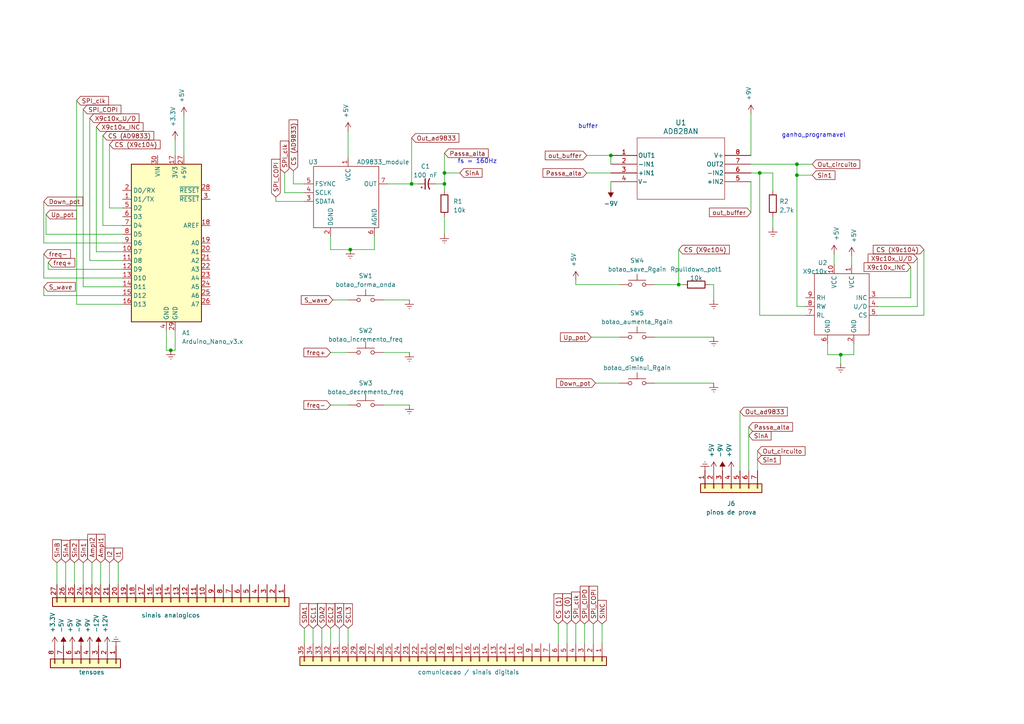
<source format=kicad_sch>
(kicad_sch (version 20230121) (generator eeschema)
  (paper "A4")
  (title_block (title "Gerador de sinais AD9833 ganho BIA") (date "2023-04-19") (rev "v01") (company "EITduino") (comment 1 "Autor: Gustavo Pinheiro") (comment 2 "placa de face simples 90x100 mm") (comment 3 "Gerador de sinais implementado para a balanca de bioimpedancia") (comment 4 "potenciometro digital: x9c104 (100k)") (comment 5 "controle do pot dig: https://drive.google.com/drive/folders/1YxCH3byESSoGbQtQ7U2HApApApZmV-oW"))
  (lib_symbols
    (symbol "AD828AN:AD828AN" (pin_names (offset 0.254))
      (property "Reference" "U" (at 20.32 10.16 0))
      (property "Value" "AD828AN" (at 20.32 7.62 0))
      (symbol "AD828AN_0_1"
        (polyline (pts (xy 7.62 -12.7) (xy 33.02 -12.7)) (stroke (width 0.127)))
        (polyline (pts (xy 7.62 5.08) (xy 7.62 -12.7)) (stroke (width 0.127)))
        (polyline (pts (xy 33.02 -12.7) (xy 33.02 5.08)) (stroke (width 0.127)))
        (polyline (pts (xy 33.02 5.08) (xy 7.62 5.08)) (stroke (width 0.127)))
        (pin unspecified line (at 0 0 0) (length 7.62) (name "OUT1") (number "1"))
        (pin unspecified line (at 0 -2.54 0) (length 7.62) (name "-IN1") (number "2"))
        (pin unspecified line (at 0 -5.08 0) (length 7.62) (name "+IN1") (number "3"))
        (pin power_in line (at 0 -7.62 0) (length 7.62) (name "V-") (number "4"))
        (pin unspecified line (at 40.64 -7.62 180) (length 7.62) (name "+IN2") (number "5"))
        (pin unspecified line (at 40.64 -5.08 180) (length 7.62) (name "-IN2") (number "6"))
        (pin unspecified line (at 40.64 -2.54 180) (length 7.62) (name "OUT2") (number "7"))
        (pin power_in line (at 40.64 0 180) (length 7.62) (name "V+") (number "8"))
      )
    )
    (symbol "AD9833_module:ad9833_module"
      (property "Reference" "U" (at -8.382 9.144 0))
      (property "Value" "AD9833 module" (at 18.034 -8.382 0))
      (symbol "ad9833_module_0_1"
        (polyline (pts (xy -10.033 2.54) (xy -10.033 7.62) (xy 0.127 7.62) (xy 8.89 7.62) (xy 8.89 2.54) (xy 8.89 -10.16) (xy 7.62 -10.16) (xy -5.08 -10.16) (xy -10.033 -10.16) (xy -10.033 -2.54) (xy -10.033 2.54)))
      )
      (symbol "ad9833_module_1_1"
        (pin passive line (at 0 10.16 270) (length 2.54) (name "VCC") (number "1"))
        (pin passive line (at -5.08 -12.7 90) (length 2.54) (name "DGND") (number "2"))
        (pin passive line (at -12.7 -2.54 0) (length 2.54) (name "SDATA") (number "3"))
        (pin passive line (at -12.7 0 0) (length 2.54) (name "SCLK") (number "4"))
        (pin passive line (at -12.7 2.54 0) (length 2.54) (name "FSYNC") (number "5"))
        (pin passive line (at 7.62 -12.7 90) (length 2.54) (name "AGND") (number "6"))
        (pin passive line (at 11.43 2.54 180) (length 2.54) (name "OUT") (number "7"))
      )
    )
    (symbol "Connector_Generic:Conn_01x07" (pin_names (offset 1.016) hide)
      (property "Reference" "J" (at 0 10.16 0))
      (property "Value" "Conn_01x07" (at 0 -10.16 0))
      (symbol "Conn_01x07_1_1"
        (rectangle (start -1.27 -7.493) (end 0 -7.747) (stroke (width 0.1524)))
        (rectangle (start -1.27 -4.953) (end 0 -5.207) (stroke (width 0.1524)))
        (rectangle (start -1.27 -2.413) (end 0 -2.667) (stroke (width 0.1524)))
        (rectangle (start -1.27 0.127) (end 0 -0.127) (stroke (width 0.1524)))
        (rectangle (start -1.27 2.667) (end 0 2.413) (stroke (width 0.1524)))
        (rectangle (start -1.27 5.207) (end 0 4.953) (stroke (width 0.1524)))
        (rectangle (start -1.27 7.747) (end 0 7.493) (stroke (width 0.1524)))
        (rectangle (start -1.27 8.89) (end 1.27 -8.89) (stroke (width 0.254)) (fill (type background)))
        (pin passive line (at -5.08 7.62 0) (length 3.81) (name "Pin_1") (number "1"))
        (pin passive line (at -5.08 5.08 0) (length 3.81) (name "Pin_2") (number "2"))
        (pin passive line (at -5.08 2.54 0) (length 3.81) (name "Pin_3") (number "3"))
        (pin passive line (at -5.08 0 0) (length 3.81) (name "Pin_4") (number "4"))
        (pin passive line (at -5.08 -2.54 0) (length 3.81) (name "Pin_5") (number "5"))
        (pin passive line (at -5.08 -5.08 0) (length 3.81) (name "Pin_6") (number "6"))
        (pin passive line (at -5.08 -7.62 0) (length 3.81) (name "Pin_7") (number "7"))
      )
    )
    (symbol "Connector_Generic:Conn_01x08" (pin_names (offset 1.016) hide)
      (property "Reference" "J" (at 0 10.16 0))
      (property "Value" "Conn_01x08" (at 0 -12.7 0))
      (symbol "Conn_01x08_1_1"
        (rectangle (start -1.27 -10.033) (end 0 -10.287) (stroke (width 0.1524)))
        (rectangle (start -1.27 -7.493) (end 0 -7.747) (stroke (width 0.1524)))
        (rectangle (start -1.27 -4.953) (end 0 -5.207) (stroke (width 0.1524)))
        (rectangle (start -1.27 -2.413) (end 0 -2.667) (stroke (width 0.1524)))
        (rectangle (start -1.27 0.127) (end 0 -0.127) (stroke (width 0.1524)))
        (rectangle (start -1.27 2.667) (end 0 2.413) (stroke (width 0.1524)))
        (rectangle (start -1.27 5.207) (end 0 4.953) (stroke (width 0.1524)))
        (rectangle (start -1.27 7.747) (end 0 7.493) (stroke (width 0.1524)))
        (rectangle (start -1.27 8.89) (end 1.27 -11.43) (stroke (width 0.254)) (fill (type background)))
        (pin passive line (at -5.08 7.62 0) (length 3.81) (name "Pin_1") (number "1"))
        (pin passive line (at -5.08 5.08 0) (length 3.81) (name "Pin_2") (number "2"))
        (pin passive line (at -5.08 2.54 0) (length 3.81) (name "Pin_3") (number "3"))
        (pin passive line (at -5.08 0 0) (length 3.81) (name "Pin_4") (number "4"))
        (pin passive line (at -5.08 -2.54 0) (length 3.81) (name "Pin_5") (number "5"))
        (pin passive line (at -5.08 -5.08 0) (length 3.81) (name "Pin_6") (number "6"))
        (pin passive line (at -5.08 -7.62 0) (length 3.81) (name "Pin_7") (number "7"))
        (pin passive line (at -5.08 -10.16 0) (length 3.81) (name "Pin_8") (number "8"))
      )
    )
    (symbol "Connector_Generic:Conn_01x27" (pin_names (offset 1.016) hide)
      (property "Reference" "J" (at 0 35.56 0))
      (property "Value" "Conn_01x27" (at 0 -35.56 0))
      (symbol "Conn_01x27_1_1"
        (rectangle (start -1.27 -32.893) (end 0 -33.147) (stroke (width 0.1524)))
        (rectangle (start -1.27 -30.353) (end 0 -30.607) (stroke (width 0.1524)))
        (rectangle (start -1.27 -27.813) (end 0 -28.067) (stroke (width 0.1524)))
        (rectangle (start -1.27 -25.273) (end 0 -25.527) (stroke (width 0.1524)))
        (rectangle (start -1.27 -22.733) (end 0 -22.987) (stroke (width 0.1524)))
        (rectangle (start -1.27 -20.193) (end 0 -20.447) (stroke (width 0.1524)))
        (rectangle (start -1.27 -17.653) (end 0 -17.907) (stroke (width 0.1524)))
        (rectangle (start -1.27 -15.113) (end 0 -15.367) (stroke (width 0.1524)))
        (rectangle (start -1.27 -12.573) (end 0 -12.827) (stroke (width 0.1524)))
        (rectangle (start -1.27 -10.033) (end 0 -10.287) (stroke (width 0.1524)))
        (rectangle (start -1.27 -7.493) (end 0 -7.747) (stroke (width 0.1524)))
        (rectangle (start -1.27 -4.953) (end 0 -5.207) (stroke (width 0.1524)))
        (rectangle (start -1.27 -2.413) (end 0 -2.667) (stroke (width 0.1524)))
        (rectangle (start -1.27 0.127) (end 0 -0.127) (stroke (width 0.1524)))
        (rectangle (start -1.27 2.667) (end 0 2.413) (stroke (width 0.1524)))
        (rectangle (start -1.27 5.207) (end 0 4.953) (stroke (width 0.1524)))
        (rectangle (start -1.27 7.747) (end 0 7.493) (stroke (width 0.1524)))
        (rectangle (start -1.27 10.287) (end 0 10.033) (stroke (width 0.1524)))
        (rectangle (start -1.27 12.827) (end 0 12.573) (stroke (width 0.1524)))
        (rectangle (start -1.27 15.367) (end 0 15.113) (stroke (width 0.1524)))
        (rectangle (start -1.27 17.907) (end 0 17.653) (stroke (width 0.1524)))
        (rectangle (start -1.27 20.447) (end 0 20.193) (stroke (width 0.1524)))
        (rectangle (start -1.27 22.987) (end 0 22.733) (stroke (width 0.1524)))
        (rectangle (start -1.27 25.527) (end 0 25.273) (stroke (width 0.1524)))
        (rectangle (start -1.27 28.067) (end 0 27.813) (stroke (width 0.1524)))
        (rectangle (start -1.27 30.607) (end 0 30.353) (stroke (width 0.1524)))
        (rectangle (start -1.27 33.147) (end 0 32.893) (stroke (width 0.1524)))
        (rectangle (start -1.27 34.29) (end 1.27 -34.29) (stroke (width 0.254)) (fill (type background)))
        (pin passive line (at -5.08 33.02 0) (length 3.81) (name "Pin_1") (number "1"))
        (pin passive line (at -5.08 10.16 0) (length 3.81) (name "Pin_10") (number "10"))
        (pin passive line (at -5.08 7.62 0) (length 3.81) (name "Pin_11") (number "11"))
        (pin passive line (at -5.08 5.08 0) (length 3.81) (name "Pin_12") (number "12"))
        (pin passive line (at -5.08 2.54 0) (length 3.81) (name "Pin_13") (number "13"))
        (pin passive line (at -5.08 0 0) (length 3.81) (name "Pin_14") (number "14"))
        (pin passive line (at -5.08 -2.54 0) (length 3.81) (name "Pin_15") (number "15"))
        (pin passive line (at -5.08 -5.08 0) (length 3.81) (name "Pin_16") (number "16"))
        (pin passive line (at -5.08 -7.62 0) (length 3.81) (name "Pin_17") (number "17"))
        (pin passive line (at -5.08 -10.16 0) (length 3.81) (name "Pin_18") (number "18"))
        (pin passive line (at -5.08 -12.7 0) (length 3.81) (name "Pin_19") (number "19"))
        (pin passive line (at -5.08 30.48 0) (length 3.81) (name "Pin_2") (number "2"))
        (pin passive line (at -5.08 -15.24 0) (length 3.81) (name "Pin_20") (number "20"))
        (pin passive line (at -5.08 -17.78 0) (length 3.81) (name "Pin_21") (number "21"))
        (pin passive line (at -5.08 -20.32 0) (length 3.81) (name "Pin_22") (number "22"))
        (pin passive line (at -5.08 -22.86 0) (length 3.81) (name "Pin_23") (number "23"))
        (pin passive line (at -5.08 -25.4 0) (length 3.81) (name "Pin_24") (number "24"))
        (pin passive line (at -5.08 -27.94 0) (length 3.81) (name "Pin_25") (number "25"))
        (pin passive line (at -5.08 -30.48 0) (length 3.81) (name "Pin_26") (number "26"))
        (pin passive line (at -5.08 -33.02 0) (length 3.81) (name "Pin_27") (number "27"))
        (pin passive line (at -5.08 27.94 0) (length 3.81) (name "Pin_3") (number "3"))
        (pin passive line (at -5.08 25.4 0) (length 3.81) (name "Pin_4") (number "4"))
        (pin passive line (at -5.08 22.86 0) (length 3.81) (name "Pin_5") (number "5"))
        (pin passive line (at -5.08 20.32 0) (length 3.81) (name "Pin_6") (number "6"))
        (pin passive line (at -5.08 17.78 0) (length 3.81) (name "Pin_7") (number "7"))
        (pin passive line (at -5.08 15.24 0) (length 3.81) (name "Pin_8") (number "8"))
        (pin passive line (at -5.08 12.7 0) (length 3.81) (name "Pin_9") (number "9"))
      )
    )
    (symbol "Connector_Generic:Conn_01x35" (pin_names (offset 1.016) hide)
      (property "Reference" "J" (at 0 45.72 0))
      (property "Value" "Conn_01x35" (at 0 -45.72 0))
      (symbol "Conn_01x35_1_1"
        (rectangle (start -1.27 -43.053) (end 0 -43.307) (stroke (width 0.1524)))
        (rectangle (start -1.27 -40.513) (end 0 -40.767) (stroke (width 0.1524)))
        (rectangle (start -1.27 -37.973) (end 0 -38.227) (stroke (width 0.1524)))
        (rectangle (start -1.27 -35.433) (end 0 -35.687) (stroke (width 0.1524)))
        (rectangle (start -1.27 -32.893) (end 0 -33.147) (stroke (width 0.1524)))
        (rectangle (start -1.27 -30.353) (end 0 -30.607) (stroke (width 0.1524)))
        (rectangle (start -1.27 -27.813) (end 0 -28.067) (stroke (width 0.1524)))
        (rectangle (start -1.27 -25.273) (end 0 -25.527) (stroke (width 0.1524)))
        (rectangle (start -1.27 -22.733) (end 0 -22.987) (stroke (width 0.1524)))
        (rectangle (start -1.27 -20.193) (end 0 -20.447) (stroke (width 0.1524)))
        (rectangle (start -1.27 -17.653) (end 0 -17.907) (stroke (width 0.1524)))
        (rectangle (start -1.27 -15.113) (end 0 -15.367) (stroke (width 0.1524)))
        (rectangle (start -1.27 -12.573) (end 0 -12.827) (stroke (width 0.1524)))
        (rectangle (start -1.27 -10.033) (end 0 -10.287) (stroke (width 0.1524)))
        (rectangle (start -1.27 -7.493) (end 0 -7.747) (stroke (width 0.1524)))
        (rectangle (start -1.27 -4.953) (end 0 -5.207) (stroke (width 0.1524)))
        (rectangle (start -1.27 -2.413) (end 0 -2.667) (stroke (width 0.1524)))
        (rectangle (start -1.27 0.127) (end 0 -0.127) (stroke (width 0.1524)))
        (rectangle (start -1.27 2.667) (end 0 2.413) (stroke (width 0.1524)))
        (rectangle (start -1.27 5.207) (end 0 4.953) (stroke (width 0.1524)))
        (rectangle (start -1.27 7.747) (end 0 7.493) (stroke (width 0.1524)))
        (rectangle (start -1.27 10.287) (end 0 10.033) (stroke (width 0.1524)))
        (rectangle (start -1.27 12.827) (end 0 12.573) (stroke (width 0.1524)))
        (rectangle (start -1.27 15.367) (end 0 15.113) (stroke (width 0.1524)))
        (rectangle (start -1.27 17.907) (end 0 17.653) (stroke (width 0.1524)))
        (rectangle (start -1.27 20.447) (end 0 20.193) (stroke (width 0.1524)))
        (rectangle (start -1.27 22.987) (end 0 22.733) (stroke (width 0.1524)))
        (rectangle (start -1.27 25.527) (end 0 25.273) (stroke (width 0.1524)))
        (rectangle (start -1.27 28.067) (end 0 27.813) (stroke (width 0.1524)))
        (rectangle (start -1.27 30.607) (end 0 30.353) (stroke (width 0.1524)))
        (rectangle (start -1.27 33.147) (end 0 32.893) (stroke (width 0.1524)))
        (rectangle (start -1.27 35.687) (end 0 35.433) (stroke (width 0.1524)))
        (rectangle (start -1.27 38.227) (end 0 37.973) (stroke (width 0.1524)))
        (rectangle (start -1.27 40.767) (end 0 40.513) (stroke (width 0.1524)))
        (rectangle (start -1.27 43.307) (end 0 43.053) (stroke (width 0.1524)))
        (rectangle (start -1.27 44.45) (end 1.27 -44.45) (stroke (width 0.254)) (fill (type background)))
        (pin passive line (at -5.08 43.18 0) (length 3.81) (name "Pin_1") (number "1"))
        (pin passive line (at -5.08 20.32 0) (length 3.81) (name "Pin_10") (number "10"))
        (pin passive line (at -5.08 17.78 0) (length 3.81) (name "Pin_11") (number "11"))
        (pin passive line (at -5.08 15.24 0) (length 3.81) (name "Pin_12") (number "12"))
        (pin passive line (at -5.08 12.7 0) (length 3.81) (name "Pin_13") (number "13"))
        (pin passive line (at -5.08 10.16 0) (length 3.81) (name "Pin_14") (number "14"))
        (pin passive line (at -5.08 7.62 0) (length 3.81) (name "Pin_15") (number "15"))
        (pin passive line (at -5.08 5.08 0) (length 3.81) (name "Pin_16") (number "16"))
        (pin passive line (at -5.08 2.54 0) (length 3.81) (name "Pin_17") (number "17"))
        (pin passive line (at -5.08 0 0) (length 3.81) (name "Pin_18") (number "18"))
        (pin passive line (at -5.08 -2.54 0) (length 3.81) (name "Pin_19") (number "19"))
        (pin passive line (at -5.08 40.64 0) (length 3.81) (name "Pin_2") (number "2"))
        (pin passive line (at -5.08 -5.08 0) (length 3.81) (name "Pin_20") (number "20"))
        (pin passive line (at -5.08 -7.62 0) (length 3.81) (name "Pin_21") (number "21"))
        (pin passive line (at -5.08 -10.16 0) (length 3.81) (name "Pin_22") (number "22"))
        (pin passive line (at -5.08 -12.7 0) (length 3.81) (name "Pin_23") (number "23"))
        (pin passive line (at -5.08 -15.24 0) (length 3.81) (name "Pin_24") (number "24"))
        (pin passive line (at -5.08 -17.78 0) (length 3.81) (name "Pin_25") (number "25"))
        (pin passive line (at -5.08 -20.32 0) (length 3.81) (name "Pin_26") (number "26"))
        (pin passive line (at -5.08 -22.86 0) (length 3.81) (name "Pin_27") (number "27"))
        (pin passive line (at -5.08 -25.4 0) (length 3.81) (name "Pin_28") (number "28"))
        (pin passive line (at -5.08 -27.94 0) (length 3.81) (name "Pin_29") (number "29"))
        (pin passive line (at -5.08 38.1 0) (length 3.81) (name "Pin_3") (number "3"))
        (pin passive line (at -5.08 -30.48 0) (length 3.81) (name "Pin_30") (number "30"))
        (pin passive line (at -5.08 -33.02 0) (length 3.81) (name "Pin_31") (number "31"))
        (pin passive line (at -5.08 -35.56 0) (length 3.81) (name "Pin_32") (number "32"))
        (pin passive line (at -5.08 -38.1 0) (length 3.81) (name "Pin_33") (number "33"))
        (pin passive line (at -5.08 -40.64 0) (length 3.81) (name "Pin_34") (number "34"))
        (pin passive line (at -5.08 -43.18 0) (length 3.81) (name "Pin_35") (number "35"))
        (pin passive line (at -5.08 35.56 0) (length 3.81) (name "Pin_4") (number "4"))
        (pin passive line (at -5.08 33.02 0) (length 3.81) (name "Pin_5") (number "5"))
        (pin passive line (at -5.08 30.48 0) (length 3.81) (name "Pin_6") (number "6"))
        (pin passive line (at -5.08 27.94 0) (length 3.81) (name "Pin_7") (number "7"))
        (pin passive line (at -5.08 25.4 0) (length 3.81) (name "Pin_8") (number "8"))
        (pin passive line (at -5.08 22.86 0) (length 3.81) (name "Pin_9") (number "9"))
      )
    )
    (symbol "Device:C_Polarized_Small_US" (pin_numbers hide) (pin_names (offset 0.254) hide)
      (property "Reference" "C" (at 0.254 1.778 0))
      (property "Value" "C_Polarized_Small_US" (at 0.254 -2.032 0))
      (symbol "C_Polarized_Small_US_0_1"
        (polyline (pts (xy -1.524 0.508) (xy 1.524 0.508)) (stroke (width 0.3048)))
        (polyline (pts (xy -1.27 1.524) (xy -0.762 1.524)))
        (polyline (pts (xy -1.016 1.27) (xy -1.016 1.778)))
        (arc (start 1.524 -0.762) (mid 0 -0.3734) (end -1.524 -0.762) (stroke (width 0.3048)))
      )
      (symbol "C_Polarized_Small_US_1_1"
        (pin passive line (at 0 2.54 270) (length 2.032) (name "~") (number "1"))
        (pin passive line (at 0 -2.54 90) (length 2.032) (name "~") (number "2"))
      )
    )
    (symbol "Device:R" (pin_numbers hide) (pin_names (offset 0))
      (property "Reference" "R" (at 2.032 0 90))
      (property "Value" "R" (at 0 0 90))
      (symbol "R_0_1"
        (rectangle (start -1.016 -2.54) (end 1.016 2.54) (stroke (width 0.254)))
      )
      (symbol "R_1_1"
        (pin passive line (at 0 3.81 270) (length 1.27) (name "~") (number "1"))
        (pin passive line (at 0 -3.81 90) (length 1.27) (name "~") (number "2"))
      )
    )
    (symbol "MCU_Module:Arduino_Nano_v3.x"
      (property "Reference" "A" (at -10.16 23.495 0))
      (property "Value" "Arduino_Nano_v3.x" (at 5.08 -24.13 0))
      (symbol "Arduino_Nano_v3.x_0_1"
        (rectangle (start -10.16 22.86) (end 10.16 -22.86) (stroke (width 0.254)) (fill (type background)))
      )
      (symbol "Arduino_Nano_v3.x_1_1"
        (pin bidirectional line (at -12.7 12.7 0) (length 2.54) (name "D1/TX") (number "1"))
        (pin bidirectional line (at -12.7 -2.54 0) (length 2.54) (name "D7") (number "10"))
        (pin bidirectional line (at -12.7 -5.08 0) (length 2.54) (name "D8") (number "11"))
        (pin bidirectional line (at -12.7 -7.62 0) (length 2.54) (name "D9") (number "12"))
        (pin bidirectional line (at -12.7 -10.16 0) (length 2.54) (name "D10") (number "13"))
        (pin bidirectional line (at -12.7 -12.7 0) (length 2.54) (name "D11") (number "14"))
        (pin bidirectional line (at -12.7 -15.24 0) (length 2.54) (name "D12") (number "15"))
        (pin bidirectional line (at -12.7 -17.78 0) (length 2.54) (name "D13") (number "16"))
        (pin power_out line (at 2.54 25.4 270) (length 2.54) (name "3V3") (number "17"))
        (pin input line (at 12.7 5.08 180) (length 2.54) (name "AREF") (number "18"))
        (pin bidirectional line (at 12.7 0 180) (length 2.54) (name "A0") (number "19"))
        (pin bidirectional line (at -12.7 15.24 0) (length 2.54) (name "D0/RX") (number "2"))
        (pin bidirectional line (at 12.7 -2.54 180) (length 2.54) (name "A1") (number "20"))
        (pin bidirectional line (at 12.7 -5.08 180) (length 2.54) (name "A2") (number "21"))
        (pin bidirectional line (at 12.7 -7.62 180) (length 2.54) (name "A3") (number "22"))
        (pin bidirectional line (at 12.7 -10.16 180) (length 2.54) (name "A4") (number "23"))
        (pin bidirectional line (at 12.7 -12.7 180) (length 2.54) (name "A5") (number "24"))
        (pin bidirectional line (at 12.7 -15.24 180) (length 2.54) (name "A6") (number "25"))
        (pin bidirectional line (at 12.7 -17.78 180) (length 2.54) (name "A7") (number "26"))
        (pin power_out line (at 5.08 25.4 270) (length 2.54) (name "+5V") (number "27"))
        (pin input line (at 12.7 15.24 180) (length 2.54) (name "~{RESET}") (number "28"))
        (pin power_in line (at 2.54 -25.4 90) (length 2.54) (name "GND") (number "29"))
        (pin input line (at 12.7 12.7 180) (length 2.54) (name "~{RESET}") (number "3"))
        (pin power_in line (at -2.54 25.4 270) (length 2.54) (name "VIN") (number "30"))
        (pin power_in line (at 0 -25.4 90) (length 2.54) (name "GND") (number "4"))
        (pin bidirectional line (at -12.7 10.16 0) (length 2.54) (name "D2") (number "5"))
        (pin bidirectional line (at -12.7 7.62 0) (length 2.54) (name "D3") (number "6"))
        (pin bidirectional line (at -12.7 5.08 0) (length 2.54) (name "D4") (number "7"))
        (pin bidirectional line (at -12.7 2.54 0) (length 2.54) (name "D5") (number "8"))
        (pin bidirectional line (at -12.7 0 0) (length 2.54) (name "D6") (number "9"))
      )
    )
    (symbol "Switch:SW_Push" (pin_numbers hide) (pin_names (offset 1.016) hide)
      (property "Reference" "SW" (at 1.27 2.54 0))
      (property "Value" "SW_Push" (at 0 -1.524 0))
      (symbol "SW_Push_0_1"
        (circle (center -2.032 0) (radius 0.508))
        (polyline (pts (xy 0 1.27) (xy 0 3.048)))
        (polyline (pts (xy 2.54 1.27) (xy -2.54 1.27)))
        (circle (center 2.032 0) (radius 0.508))
        (pin passive line (at -5.08 0 0) (length 2.54) (name "1") (number "1"))
        (pin passive line (at 5.08 0 180) (length 2.54) (name "2") (number "2"))
      )
    )
    (symbol "X9c10X_module:X9c10X_module"
      (property "Reference" "U" (at -8.89 10.795 0))
      (property "Value" "X9c10x" (at 12.7 -8.89 0))
      (symbol "X9c10X_module_0_1"
        (polyline (pts (xy -7.62 2.54) (xy -7.62 9.525) (xy 8.255 9.525) (xy 8.255 -8.255) (xy -7.62 -8.255) (xy -7.62 2.54)))
      )
      (symbol "X9c10X_module_1_1"
        (pin passive line (at -2.54 12.065 270) (length 2.54) (name "VCC") (number "1"))
        (pin passive line (at 2.54 12.065 270) (length 2.54) (name "VCC") (number "10"))
        (pin passive line (at -3.175 -10.795 90) (length 2.54) (name "GND") (number "2"))
        (pin passive line (at -10.16 2.54 0) (length 2.54) (name "INC") (number "3"))
        (pin passive line (at -10.16 0 0) (length 2.54) (name "U/D") (number "4"))
        (pin passive line (at -10.16 -2.54 0) (length 2.54) (name "CS") (number "5"))
        (pin passive line (at 4.445 -10.795 90) (length 2.54) (name "GND") (number "6"))
        (pin passive line (at 10.795 -2.54 180) (length 2.54) (name "RL") (number "7"))
        (pin passive line (at 10.795 0 180) (length 2.54) (name "RW") (number "8"))
        (pin passive line (at 10.795 2.54 180) (length 2.54) (name "RH") (number "9"))
      )
    )
    (symbol "power:+12V" (power) (pin_names (offset 0))
      (property "Value" "+12V" (at 0 3.556 0))
      (symbol "+12V_0_1"
        (polyline (pts (xy -0.762 1.27) (xy 0 2.54)))
        (polyline (pts (xy 0 0) (xy 0 2.54)))
        (polyline (pts (xy 0 2.54) (xy 0.762 1.27)))
      )
      (symbol "+12V_1_1"
        (pin power_in line (at 0 0 90) (length 0) hide (name "+12V") (number "1"))
      )
    )
    (symbol "power:+3.3V" (power) (pin_names (offset 0))
      (property "Value" "+3.3V" (at 0 3.556 0))
      (symbol "+3.3V_0_1"
        (polyline (pts (xy -0.762 1.27) (xy 0 2.54)))
        (polyline (pts (xy 0 0) (xy 0 2.54)))
        (polyline (pts (xy 0 2.54) (xy 0.762 1.27)))
      )
      (symbol "+3.3V_1_1"
        (pin power_in line (at 0 0 90) (length 0) hide (name "+3.3V") (number "1"))
      )
    )
    (symbol "power:+5V" (power) (pin_names (offset 0))
      (property "Value" "+5V" (at 0 3.556 0))
      (symbol "+5V_0_1"
        (polyline (pts (xy -0.762 1.27) (xy 0 2.54)))
        (polyline (pts (xy 0 0) (xy 0 2.54)))
        (polyline (pts (xy 0 2.54) (xy 0.762 1.27)))
      )
      (symbol "+5V_1_1"
        (pin power_in line (at 0 0 90) (length 0) hide (name "+5V") (number "1"))
      )
    )
    (symbol "power:+9V" (power) (pin_names (offset 0))
      (property "Value" "+9V" (at 0 3.556 0))
      (symbol "+9V_0_1"
        (polyline (pts (xy -0.762 1.27) (xy 0 2.54)))
        (polyline (pts (xy 0 0) (xy 0 2.54)))
        (polyline (pts (xy 0 2.54) (xy 0.762 1.27)))
      )
      (symbol "+9V_1_1"
        (pin power_in line (at 0 0 90) (length 0) hide (name "+9V") (number "1"))
      )
    )
    (symbol "power:-12V" (power) (pin_names (offset 0))
      (property "Value" "-12V" (at 0 3.81 0))
      (symbol "-12V_0_0"
        (pin power_in line (at 0 0 90) (length 0) hide (name "-12V") (number "1"))
      )
      (symbol "-12V_0_1"
        (polyline (pts (xy 0 0) (xy 0 1.27) (xy 0.762 1.27) (xy 0 2.54) (xy -0.762 1.27) (xy 0 1.27)) (fill (type outline)))
      )
    )
    (symbol "power:-5V" (power) (pin_names (offset 0))
      (property "Value" "-5V" (at 0 3.81 0))
      (symbol "-5V_0_0"
        (pin power_in line (at 0 0 90) (length 0) hide (name "-5V") (number "1"))
      )
      (symbol "-5V_0_1"
        (polyline (pts (xy 0 0) (xy 0 1.27) (xy 0.762 1.27) (xy 0 2.54) (xy -0.762 1.27) (xy 0 1.27)) (fill (type outline)))
      )
    )
    (symbol "power:-9V" (power) (pin_names (offset 0))
      (property "Value" "-9V" (at 0 3.81 0))
      (symbol "-9V_0_1"
        (polyline (pts (xy 0 0) (xy 0 2.54)))
        (polyline (pts (xy 0.762 1.27) (xy -0.762 1.27) (xy 0 2.54) (xy 0.762 1.27)) (fill (type outline)))
      )
      (symbol "-9V_1_1"
        (pin power_in line (at 0 0 90) (length 0) hide (name "-9V") (number "1"))
      )
    )
    (symbol "power:Earth" (power) (pin_names (offset 0))
      (symbol "Earth_0_1"
        (polyline (pts (xy -0.635 -1.905) (xy 0.635 -1.905)))
        (polyline (pts (xy -0.127 -2.54) (xy 0.127 -2.54)))
        (polyline (pts (xy 0 -1.27) (xy 0 0)))
        (polyline (pts (xy 1.27 -1.27) (xy -1.27 -1.27)))
      )
      (symbol "Earth_1_1"
        (pin power_in line (at 0 0 270) (length 0) hide (name "Earth") (number "1"))
      )
    )
  )
  (junction (at 128.905 53.34))
  (junction (at 49.53 101.6))
  (junction (at 101.6 72.39))
  (junction (at 243.84 102.87))
  (junction (at 119.38 53.34))
  (junction (at 231.14 50.8))
  (junction (at 196.85 82.55))
  (junction (at 231.14 47.625))
  (junction (at 128.905 50.165))
  (junction (at 177.165 45.085))
  (junction (at 220.345 50.165))
  (wire (pts (xy 35.56 85.725) (xy 12.7 85.725)))
  (wire (pts (xy 95.885 182.245) (xy 95.885 186.69)))
  (wire (pts (xy 177.165 45.085) (xy 177.165 47.625)))
  (wire (pts (xy 53.34 33.655) (xy 53.34 45.085)))
  (wire (pts (xy 231.14 47.625) (xy 231.14 50.8)))
  (wire (pts (xy 24.13 31.75) (xy 24.13 83.185)))
  (wire (pts (xy 35.56 70.485) (xy 12.7 70.485)))
  (wire (pts (xy 24.13 83.185) (xy 35.56 83.185)))
  (wire (pts (xy 196.85 82.55) (xy 198.12 82.55)))
  (wire (pts (xy 241.935 73.66) (xy 241.935 76.835)))
  (wire (pts (xy 100.965 38.1) (xy 100.965 45.72)))
  (wire (pts (xy 95.885 117.475) (xy 100.965 117.475)))
  (wire (pts (xy 22.225 29.21) (xy 22.225 88.265)))
  (wire (pts (xy 80.01 58.42) (xy 88.265 58.42)))
  (wire (pts (xy 108.585 72.39) (xy 101.6 72.39)))
  (wire (pts (xy 34.29 163.195) (xy 34.29 169.545)))
  (wire (pts (xy 35.56 65.405) (xy 29.845 65.405)))
  (wire (pts (xy 26.035 34.29) (xy 26.035 75.565)))
  (wire (pts (xy 189.865 97.79) (xy 207.01 97.79)))
  (wire (pts (xy 50.8 40.64) (xy 50.8 45.085)))
  (wire (pts (xy 98.425 182.245) (xy 98.425 186.69)))
  (wire (pts (xy 189.865 82.55) (xy 196.85 82.55)))
  (wire (pts (xy 22.225 88.265) (xy 35.56 88.265)))
  (wire (pts (xy 85.09 53.34) (xy 88.265 53.34)))
  (wire (pts (xy 82.55 55.88) (xy 88.265 55.88)))
  (wire (pts (xy 267.97 72.39) (xy 267.97 91.44)))
  (wire (pts (xy 231.14 50.8) (xy 231.14 88.9)))
  (wire (pts (xy 48.26 101.6) (xy 49.53 101.6)))
  (wire (pts (xy 161.925 180.975) (xy 161.925 186.69)))
  (wire (pts (xy 171.45 97.79) (xy 179.705 97.79)))
  (wire (pts (xy 111.125 86.995) (xy 118.745 86.995)))
  (wire (pts (xy 128.905 50.165) (xy 133.35 50.165)))
  (wire (pts (xy 224.155 55.245) (xy 224.155 50.165)))
  (wire (pts (xy 224.155 62.865) (xy 224.155 66.04)))
  (wire (pts (xy 172.72 111.125) (xy 179.705 111.125)))
  (wire (pts (xy 217.805 52.705) (xy 217.805 61.595)))
  (wire (pts (xy 207.01 111.125) (xy 189.865 111.125)))
  (wire (pts (xy 243.84 102.87) (xy 243.84 105.41)))
  (wire (pts (xy 170.18 50.165) (xy 177.165 50.165)))
  (wire (pts (xy 264.16 86.36) (xy 254.635 86.36)))
  (wire (pts (xy 267.97 91.44) (xy 254.635 91.44)))
  (wire (pts (xy 35.56 67.945) (xy 13.335 67.945)))
  (wire (pts (xy 240.03 102.87) (xy 240.03 99.695)))
  (wire (pts (xy 101.6 72.39) (xy 95.885 72.39)))
  (wire (pts (xy 217.805 47.625) (xy 231.14 47.625)))
  (wire (pts (xy 233.68 91.44) (xy 220.345 91.44)))
  (wire (pts (xy 35.56 78.105) (xy 13.97 78.105)))
  (wire (pts (xy 85.09 49.53) (xy 85.09 53.34)))
  (wire (pts (xy 27.94 73.025) (xy 35.56 73.025)))
  (wire (pts (xy 231.14 47.625) (xy 235.585 47.625)))
  (wire (pts (xy 24.13 163.195) (xy 24.13 169.545)))
  (wire (pts (xy 111.125 117.475) (xy 118.745 117.475)))
  (wire (pts (xy 266.065 74.93) (xy 266.065 88.9)))
  (wire (pts (xy 266.065 88.9) (xy 254.635 88.9)))
  (wire (pts (xy 128.905 62.865) (xy 128.905 67.945)))
  (wire (pts (xy 247.015 74.295) (xy 247.015 76.835)))
  (wire (pts (xy 95.885 102.235) (xy 100.965 102.235)))
  (wire (pts (xy 21.59 163.195) (xy 21.59 169.545)))
  (wire (pts (xy 128.905 53.34) (xy 128.905 55.245)))
  (wire (pts (xy 88.265 182.245) (xy 88.265 186.69)))
  (wire (pts (xy 90.805 182.245) (xy 90.805 186.69)))
  (wire (pts (xy 243.84 102.87) (xy 247.65 102.87)))
  (wire (pts (xy 207.01 82.55) (xy 205.74 82.55)))
  (wire (pts (xy 31.75 41.91) (xy 31.75 60.325)))
  (wire (pts (xy 264.16 77.47) (xy 264.16 86.36)))
  (wire (pts (xy 95.885 72.39) (xy 95.885 68.58)))
  (wire (pts (xy 207.01 86.995) (xy 207.01 82.55)))
  (wire (pts (xy 231.14 88.9) (xy 233.68 88.9)))
  (wire (pts (xy 48.26 95.885) (xy 48.26 101.6)))
  (wire (pts (xy 169.545 180.975) (xy 169.545 186.69)))
  (wire (pts (xy 172.085 180.975) (xy 172.085 186.69)))
  (wire (pts (xy 217.17 123.825) (xy 217.17 136.525)))
  (wire (pts (xy 128.905 50.165) (xy 128.905 53.34)))
  (wire (pts (xy 16.51 163.195) (xy 16.51 169.545)))
  (wire (pts (xy 170.18 45.085) (xy 177.165 45.085)))
  (wire (pts (xy 164.465 180.975) (xy 164.465 186.69)))
  (wire (pts (xy 167.005 82.55) (xy 179.705 82.55)))
  (wire (pts (xy 174.625 180.975) (xy 174.625 186.69)))
  (wire (pts (xy 112.395 53.34) (xy 119.38 53.34)))
  (wire (pts (xy 35.56 80.645) (xy 12.7 80.645)))
  (wire (pts (xy 247.65 102.87) (xy 247.65 99.695)))
  (wire (pts (xy 82.55 50.165) (xy 82.55 55.88)))
  (wire (pts (xy 240.03 102.87) (xy 243.84 102.87)))
  (wire (pts (xy 128.905 53.34) (xy 126.365 53.34)))
  (wire (pts (xy 217.805 33.02) (xy 217.805 45.085)))
  (wire (pts (xy 220.345 50.165) (xy 224.155 50.165)))
  (wire (pts (xy 108.585 68.58) (xy 108.585 72.39)))
  (wire (pts (xy 26.035 75.565) (xy 35.56 75.565)))
  (wire (pts (xy 12.7 73.66) (xy 12.7 80.645)))
  (wire (pts (xy 128.905 44.45) (xy 128.905 50.165)))
  (wire (pts (xy 214.63 119.38) (xy 214.63 136.525)))
  (wire (pts (xy 177.165 52.705) (xy 177.165 54.61)))
  (wire (pts (xy 29.21 163.195) (xy 29.21 169.545)))
  (wire (pts (xy 111.125 102.235) (xy 118.745 102.235)))
  (wire (pts (xy 12.7 58.42) (xy 12.7 70.485)))
  (wire (pts (xy 167.005 81.28) (xy 167.005 82.55)))
  (wire (pts (xy 231.14 50.8) (xy 235.585 50.8)))
  (wire (pts (xy 100.965 182.245) (xy 100.965 186.69)))
  (wire (pts (xy 26.67 163.195) (xy 26.67 169.545)))
  (wire (pts (xy 96.52 86.995) (xy 100.965 86.995)))
  (wire (pts (xy 119.38 40.005) (xy 119.38 53.34)))
  (wire (pts (xy 217.805 50.165) (xy 220.345 50.165)))
  (wire (pts (xy 19.05 163.195) (xy 19.05 169.545)))
  (wire (pts (xy 219.71 130.81) (xy 219.71 136.525)))
  (wire (pts (xy 12.7 83.185) (xy 12.7 85.725)))
  (wire (pts (xy 196.85 72.39) (xy 196.85 82.55)))
  (wire (pts (xy 220.345 91.44) (xy 220.345 50.165)))
  (wire (pts (xy 50.8 95.885) (xy 50.8 101.6)))
  (wire (pts (xy 167.005 180.975) (xy 167.005 186.69)))
  (wire (pts (xy 80.01 57.15) (xy 80.01 58.42)))
  (wire (pts (xy 31.75 163.195) (xy 31.75 169.545)))
  (wire (pts (xy 50.8 101.6) (xy 49.53 101.6)))
  (wire (pts (xy 29.845 39.37) (xy 29.845 65.405)))
  (wire (pts (xy 13.335 62.23) (xy 13.335 67.945)))
  (wire (pts (xy 35.56 60.325) (xy 31.75 60.325)))
  (wire (pts (xy 13.97 76.2) (xy 13.97 78.105)))
  (wire (pts (xy 93.345 182.245) (xy 93.345 186.69)))
  (wire (pts (xy 119.38 53.34) (xy 121.285 53.34)))
  (wire (pts (xy 27.94 36.83) (xy 27.94 73.025)))
  (text "ganho_programavel\n" (at 226.695 40.005 0) (effects (font (size 1.27 1.27)) (justify left bottom)))
  (text "fs = 160Hz\n" (at 132.715 47.625 0) (effects (font (size 1.27 1.27)) (justify left bottom)))
  (text "buffer" (at 167.64 37.465 0) (effects (font (size 1.27 1.27)) (justify left bottom)))
  (global_label "SinA" (shape input) (at 217.17 126.365 0) (property "Intersheetrefs" "${INTERSHEET_REFS}" (effects hide)))
  (global_label "Sin1" (shape input) (at 219.71 133.35 0) (property "Intersheetrefs" "${INTERSHEET_REFS}" (effects hide)))
  (global_label "X9c10x_INC" (shape input) (at 27.94 36.83 0) (property "Intersheetrefs" "${INTERSHEET_REFS}" (effects hide)))
  (global_label "SinB" (shape input) (at 16.51 163.195 90) (property "Intersheetrefs" "${INTERSHEET_REFS}" (effects hide)))
  (global_label "Down_pot" (shape input) (at 12.7 58.42 0) (property "Intersheetrefs" "${INTERSHEET_REFS}" (effects hide)))
  (global_label "SINC" (shape input) (at 174.625 180.975 90) (property "Intersheetrefs" "${INTERSHEET_REFS}" (effects hide)))
  (global_label "Sin2" (shape input) (at 21.59 163.195 90) (property "Intersheetrefs" "${INTERSHEET_REFS}" (effects hide)))
  (global_label "SPI_clk" (shape input) (at 167.005 180.975 90) (property "Intersheetrefs" "${INTERSHEET_REFS}" (effects hide)))
  (global_label "Passa_alta" (shape input) (at 217.17 123.825 0) (property "Intersheetrefs" "${INTERSHEET_REFS}" (effects hide)))
  (global_label "S_wave" (shape input) (at 96.52 86.995 180) (property "Intersheetrefs" "${INTERSHEET_REFS}" (effects hide)))
  (global_label "Out_ad9833" (shape input) (at 214.63 119.38 0) (property "Intersheetrefs" "${INTERSHEET_REFS}" (effects hide)))
  (global_label "SDA3" (shape input) (at 98.425 182.245 90) (property "Intersheetrefs" "${INTERSHEET_REFS}" (effects hide)))
  (global_label "Down_pot" (shape input) (at 172.72 111.125 180) (property "Intersheetrefs" "${INTERSHEET_REFS}" (effects hide)))
  (global_label "Sin1" (shape input) (at 235.585 50.8 0) (property "Intersheetrefs" "${INTERSHEET_REFS}" (effects hide)))
  (global_label "freq+" (shape input) (at 13.97 76.2 0) (property "Intersheetrefs" "${INTERSHEET_REFS}" (effects hide)))
  (global_label "SDA2" (shape input) (at 93.345 182.245 90) (property "Intersheetrefs" "${INTERSHEET_REFS}" (effects hide)))
  (global_label "S_wave" (shape input) (at 12.7 83.185 0) (property "Intersheetrefs" "${INTERSHEET_REFS}" (effects hide)))
  (global_label "Up_pot" (shape input) (at 13.335 62.23 0) (property "Intersheetrefs" "${INTERSHEET_REFS}" (effects hide)))
  (global_label "SPI_COPI" (shape input) (at 172.085 180.975 90) (property "Intersheetrefs" "${INTERSHEET_REFS}" (effects hide)))
  (global_label "Sin1" (shape input) (at 24.13 163.195 90) (property "Intersheetrefs" "${INTERSHEET_REFS}" (effects hide)))
  (global_label "SCL3" (shape input) (at 100.965 182.245 90) (property "Intersheetrefs" "${INTERSHEET_REFS}" (effects hide)))
  (global_label "Passa_alta" (shape input) (at 128.905 44.45 0) (property "Intersheetrefs" "${INTERSHEET_REFS}" (effects hide)))
  (global_label "out_buffer" (shape input) (at 217.805 61.595 180) (property "Intersheetrefs" "${INTERSHEET_REFS}" (effects hide)))
  (global_label "CS (1)" (shape input) (at 161.925 180.975 90) (property "Intersheetrefs" "${INTERSHEET_REFS}" (effects hide)))
  (global_label "Passa_alta" (shape input) (at 170.18 50.165 180) (property "Intersheetrefs" "${INTERSHEET_REFS}" (effects hide)))
  (global_label "Out_circuito" (shape input) (at 235.585 47.625 0) (property "Intersheetrefs" "${INTERSHEET_REFS}" (effects hide)))
  (global_label "SinA" (shape input) (at 133.35 50.165 0) (property "Intersheetrefs" "${INTERSHEET_REFS}" (effects hide)))
  (global_label "X9c10x_U{slash}D" (shape input) (at 266.065 74.93 180) (property "Intersheetrefs" "${INTERSHEET_REFS}" (effects hide)))
  (global_label "Out_circuito" (shape input) (at 219.71 130.81 0) (property "Intersheetrefs" "${INTERSHEET_REFS}" (effects hide)))
  (global_label "freq-" (shape input) (at 12.7 73.66 0) (property "Intersheetrefs" "${INTERSHEET_REFS}" (effects hide)))
  (global_label "I1" (shape input) (at 34.29 163.195 90) (property "Intersheetrefs" "${INTERSHEET_REFS}" (effects hide)))
  (global_label "SinA" (shape input) (at 19.05 163.195 90) (property "Intersheetrefs" "${INTERSHEET_REFS}" (effects hide)))
  (global_label "SCL2" (shape input) (at 95.885 182.245 90) (property "Intersheetrefs" "${INTERSHEET_REFS}" (effects hide)))
  (global_label "CS (AD9833)" (shape input) (at 85.09 49.53 90) (property "Intersheetrefs" "${INTERSHEET_REFS}" (effects hide)))
  (global_label "CS (X9c104)" (shape input) (at 31.75 41.91 0) (property "Intersheetrefs" "${INTERSHEET_REFS}" (effects hide)))
  (global_label "CS (AD9833)" (shape input) (at 29.845 39.37 0) (property "Intersheetrefs" "${INTERSHEET_REFS}" (effects hide)))
  (global_label "Ampl1" (shape input) (at 29.21 163.195 90) (property "Intersheetrefs" "${INTERSHEET_REFS}" (effects hide)))
  (global_label "X9c10x_U{slash}D" (shape input) (at 26.035 34.29 0) (property "Intersheetrefs" "${INTERSHEET_REFS}" (effects hide)))
  (global_label "CS (X9c104)" (shape input) (at 267.97 72.39 180) (property "Intersheetrefs" "${INTERSHEET_REFS}" (effects hide)))
  (global_label "out_buffer" (shape input) (at 170.18 45.085 180) (property "Intersheetrefs" "${INTERSHEET_REFS}" (effects hide)))
  (global_label "I2" (shape input) (at 31.75 163.195 90) (property "Intersheetrefs" "${INTERSHEET_REFS}" (effects hide)))
  (global_label "SPI_COPI" (shape input) (at 24.13 31.75 0) (property "Intersheetrefs" "${INTERSHEET_REFS}" (effects hide)))
  (global_label "Up_pot" (shape input) (at 171.45 97.79 180) (property "Intersheetrefs" "${INTERSHEET_REFS}" (effects hide)))
  (global_label "freq+" (shape input) (at 95.885 102.235 180) (property "Intersheetrefs" "${INTERSHEET_REFS}" (effects hide)))
  (global_label "SPI_COPI" (shape input) (at 80.01 57.15 90) (property "Intersheetrefs" "${INTERSHEET_REFS}" (effects hide)))
  (global_label "X9c10x_INC" (shape input) (at 264.16 77.47 180) (property "Intersheetrefs" "${INTERSHEET_REFS}" (effects hide)))
  (global_label "SPI_clk" (shape input) (at 22.225 29.21 0) (property "Intersheetrefs" "${INTERSHEET_REFS}" (effects hide)))
  (global_label "SPI_CIPO" (shape input) (at 169.545 180.975 90) (property "Intersheetrefs" "${INTERSHEET_REFS}" (effects hide)))
  (global_label "SCL1" (shape input) (at 90.805 182.245 90) (property "Intersheetrefs" "${INTERSHEET_REFS}" (effects hide)))
  (global_label "SDA1" (shape input) (at 88.265 182.245 90) (property "Intersheetrefs" "${INTERSHEET_REFS}" (effects hide)))
  (global_label "freq-" (shape input) (at 95.885 117.475 180) (property "Intersheetrefs" "${INTERSHEET_REFS}" (effects hide)))
  (global_label "SPI_clk" (shape input) (at 82.55 50.165 90) (property "Intersheetrefs" "${INTERSHEET_REFS}" (effects hide)))
  (global_label "Out_ad9833" (shape input) (at 119.38 40.005 0) (property "Intersheetrefs" "${INTERSHEET_REFS}" (effects hide)))
  (global_label "CS (X9c104)" (shape input) (at 196.85 72.39 0) (property "Intersheetrefs" "${INTERSHEET_REFS}" (effects hide)))
  (global_label "Ampl2" (shape input) (at 26.67 163.195 90) (property "Intersheetrefs" "${INTERSHEET_REFS}" (effects hide)))
  (global_label "CS (0)" (shape input) (at 164.465 180.975 90) (property "Intersheetrefs" "${INTERSHEET_REFS}" (effects hide)))
  (symbol (lib_id "Device:R") (at 128.905 59.055 0) (unit 1)
    (property "Reference" "R1" (at 131.445 58.42 0) (effects (justify left)))
    (property "Value" "10k" (at 131.445 60.96 0) (effects (justify left)))
    (property "Footprint" "Resistor_THT:R_Axial_DIN0204_L3.6mm_D1.6mm_P5.08mm_Horizontal" (effects hide))
  )
  (symbol (lib_id "Connector_Generic:Conn_01x35") (at 131.445 191.77 270) (unit 1)
    (property "Reference" "J4" (effects hide))
    (property "Value" "comunicacao / sinais digitais" (at 135.89 194.945 90))
    (property "Footprint" "Connector_PinHeader_2.54mm:PinHeader_1x35_P2.54mm_Vertical" (effects hide))
  )
  (symbol (lib_id "Connector_Generic:Conn_01x27") (at 49.53 174.625 270) (unit 1)
    (property "Reference" "J3" (effects hide))
    (property "Value" "sinais analogicos" (at 49.53 178.435 90))
    (property "Footprint" "Connector_PinHeader_2.54mm:PinHeader_1x27_P2.54mm_Vertical" (effects hide))
  )
  (symbol (lib_id "power:Earth") (at 33.655 187.325 180) (unit 1)
    (property "Reference" "#PWR08" (effects hide))
    (property "Value" "Earth" (effects hide))
  )
  (symbol (lib_id "Device:C_Polarized_Small_US") (at 123.825 53.34 90) (unit 1)
    (property "Reference" "C1" (at 123.3932 48.26 90))
    (property "Value" "100 nF" (at 123.3932 50.8 90))
    (property "Footprint" "Capacitor_THT:CP_Radial_D4.0mm_P1.50mm" (effects hide))
  )
  (symbol (lib_id "power:-5V") (at 18.415 187.325 0) (unit 1)
    (property "Reference" "#PWR02" (effects hide))
    (property "Value" "-5V" (at 17.78 183.515 90) (effects (justify left)))
  )
  (symbol (lib_id "Switch:SW_Push") (at 106.045 86.995 0) (unit 1)
    (property "Reference" "SW1" (at 106.045 80.01 0))
    (property "Value" "botao_forma_onda" (at 106.045 82.55 0))
  )
  (symbol (lib_id "Switch:SW_Push") (at 184.785 111.125 0) (unit 1)
    (property "Reference" "SW6" (at 184.785 104.14 0))
    (property "Value" "botao_diminui_Rgain" (at 184.785 106.68 0))
  )
  (symbol (lib_id "MCU_Module:Arduino_Nano_v3.x") (at 48.26 70.485 0) (unit 1)
    (property "Reference" "A1" (at 52.7559 96.52 0) (effects (justify left)))
    (property "Value" "Arduino_Nano_v3.x" (at 52.7559 99.06 0) (effects (justify left)))
    (property "Footprint" "Module:Arduino_Nano" (effects hide))
    (property "Datasheet" "http://www.mouser.com/pdfdocs/Gravitech_Arduino_Nano3_0.pdf" (effects hide))
  )
  (symbol (lib_id "power:Earth") (at 204.47 136.525 0) (mirror x) (unit 1)
    (property "Reference" "#PWR029" (effects hide))
    (property "Value" "Earth" (effects hide))
  )
  (symbol (lib_id "Switch:SW_Push") (at 106.045 117.475 0) (unit 1)
    (property "Reference" "SW3" (at 106.045 111.125 0))
    (property "Value" "botao_decremento_freq" (at 106.045 113.665 0))
  )
  (symbol (lib_id "power:+5V") (at 167.005 81.28 0) (unit 1)
    (property "Reference" "#PWR025" (effects hide))
    (property "Value" "+5V" (at 166.37 77.47 90) (effects (justify left)))
  )
  (symbol (lib_id "X9c10X_module:X9c10X_module") (at 244.475 88.9 0) (mirror y) (unit 1)
    (property "Reference" "U2" (at 239.9791 76.2 0) (effects (justify left)))
    (property "Value" "X9c10x" (at 239.9791 78.74 0) (effects (justify left)))
  )
  (symbol (lib_id "AD828AN:AD828AN") (at 177.165 45.085 0) (unit 1)
    (property "Reference" "U1" (at 197.485 35.56 0) (effects (font (size 1.524 1.524))))
    (property "Value" "AD828AN" (at 197.485 38.1 0) (effects (font (size 1.524 1.524))))
    (property "Footprint" "footprints:N_8_ADI" (effects hide))
    (property "Datasheet" "AD828AN" (effects hide))
  )
  (symbol (lib_id "Connector_Generic:Conn_01x07") (at 212.09 141.605 90) (mirror x) (unit 1)
    (property "Reference" "J6" (at 212.09 146.05 90))
    (property "Value" "pinos de prova" (at 212.09 148.59 90))
    (property "Footprint" "Connector_PinHeader_2.54mm:PinHeader_1x07_P2.54mm_Horizontal" (effects hide))
  )
  (symbol (lib_id "power:Earth") (at 207.01 111.125 0) (unit 1)
    (property "Reference" "#PWR026" (effects hide))
    (property "Value" "Earth" (effects hide))
  )
  (symbol (lib_id "power:-9V") (at 209.55 136.525 0) (unit 1)
    (property "Reference" "#PWR030" (effects hide))
    (property "Value" "-9V" (at 208.915 132.715 90) (effects (justify left)))
  )
  (symbol (lib_id "Switch:SW_Push") (at 106.045 102.235 0) (unit 1)
    (property "Reference" "SW2" (at 106.045 95.885 0))
    (property "Value" "botao_incremento_freq" (at 106.045 98.425 0))
  )
  (symbol (lib_id "power:+9V") (at 26.035 187.325 0) (unit 1)
    (property "Reference" "#PWR05" (effects hide))
    (property "Value" "+9V" (at 25.4 183.515 90) (effects (justify left)))
  )
  (symbol (lib_id "power:Earth") (at 207.01 97.79 0) (unit 1)
    (property "Reference" "#PWR023" (effects hide))
    (property "Value" "Earth" (effects hide))
  )
  (symbol (lib_id "power:Earth") (at 118.745 102.235 0) (unit 1)
    (property "Reference" "#PWR020" (effects hide))
    (property "Value" "Earth" (effects hide))
  )
  (symbol (lib_id "power:+5V") (at 207.01 136.525 0) (unit 1)
    (property "Reference" "#PWR019" (effects hide))
    (property "Value" "+5V" (at 206.375 132.715 90) (effects (justify left)))
  )
  (symbol (lib_id "Device:R") (at 224.155 59.055 180) (unit 1)
    (property "Reference" "R2" (at 226.06 58.42 0) (effects (justify right)))
    (property "Value" "2,7k" (at 226.06 60.96 0) (effects (justify right)))
    (property "Footprint" "Resistor_THT:R_Axial_DIN0204_L3.6mm_D1.6mm_P5.08mm_Horizontal" (effects hide))
  )
  (symbol (lib_id "power:+9V") (at 217.805 33.02 0) (unit 1)
    (property "Reference" "#PWR032" (effects hide))
    (property "Value" "+9V" (at 217.17 29.21 90) (effects (justify left)))
  )
  (symbol (lib_id "power:+5V") (at 53.34 33.655 0) (unit 1)
    (property "Reference" "#PWR010" (effects hide))
    (property "Value" "+5V" (at 52.705 29.845 90) (effects (justify left)))
  )
  (symbol (lib_id "power:Earth") (at 118.745 86.995 0) (unit 1)
    (property "Reference" "#PWR022" (effects hide))
    (property "Value" "Earth" (effects hide))
  )
  (symbol (lib_id "Switch:SW_Push") (at 184.785 97.79 0) (unit 1)
    (property "Reference" "SW5" (at 184.785 90.805 0))
    (property "Value" "botao_aumenta_Rgain" (at 184.785 93.345 0))
  )
  (symbol (lib_id "power:+5V") (at 20.955 187.325 0) (unit 1)
    (property "Reference" "#PWR03" (effects hide))
    (property "Value" "+5V" (at 20.32 183.515 90) (effects (justify left)))
  )
  (symbol (lib_id "power:Earth") (at 128.905 67.945 0) (unit 1)
    (property "Reference" "#PWR014" (effects hide))
    (property "Value" "Earth" (effects hide))
  )
  (symbol (lib_id "power:+5V") (at 100.965 38.1 0) (unit 1)
    (property "Reference" "#PWR012" (effects hide))
    (property "Value" "+5V" (at 100.33 34.29 90) (effects (justify left)))
  )
  (symbol (lib_id "power:+9V") (at 212.09 136.525 0) (unit 1)
    (property "Reference" "#PWR031" (effects hide))
    (property "Value" "+9V" (at 211.455 132.715 90) (effects (justify left)))
  )
  (symbol (lib_id "power:-9V") (at 23.495 187.325 0) (unit 1)
    (property "Reference" "#PWR04" (effects hide))
    (property "Value" "-9V" (at 22.86 183.515 90) (effects (justify left)))
  )
  (symbol (lib_id "power:Earth") (at 101.6 72.39 0) (unit 1)
    (property "Reference" "#PWR013" (effects hide))
    (property "Value" "Earth" (effects hide))
  )
  (symbol (lib_id "power:+12V") (at 31.115 187.325 0) (unit 1)
    (property "Reference" "#PWR07" (effects hide))
    (property "Value" "+12V" (at 30.48 183.515 90) (effects (justify left)))
  )
  (symbol (lib_id "power:Earth") (at 224.155 66.04 0) (unit 1)
    (property "Reference" "#PWR015" (effects hide))
    (property "Value" "Earth" (effects hide))
  )
  (symbol (lib_id "Switch:SW_Push") (at 184.785 82.55 0) (unit 1)
    (property "Reference" "SW4" (at 184.785 75.565 0))
    (property "Value" "botao_save_Rgain" (at 184.785 78.105 0))
  )
  (symbol (lib_id "power:+3.3V") (at 50.8 40.64 0) (unit 1)
    (property "Reference" "#PWR09" (effects hide))
    (property "Value" "+3.3V" (at 50.165 36.83 90) (effects (justify left)))
  )
  (symbol (lib_id "power:Earth") (at 49.53 101.6 0) (unit 1)
    (property "Reference" "#PWR011" (effects hide))
    (property "Value" "Earth" (effects hide))
  )
  (symbol (lib_id "power:-12V") (at 28.575 187.325 0) (unit 1)
    (property "Reference" "#PWR06" (effects hide))
    (property "Value" "-12V" (at 27.94 183.515 90) (effects (justify left)))
  )
  (symbol (lib_id "Device:R") (at 201.93 82.55 90) (unit 1)
    (property "Reference" "Rpulldown_pot1" (at 201.93 78.105 90))
    (property "Value" "10k" (at 201.93 80.645 90))
  )
  (symbol (lib_id "power:Earth") (at 118.745 117.475 0) (unit 1)
    (property "Reference" "#PWR021" (effects hide))
    (property "Value" "Earth" (effects hide))
  )
  (symbol (lib_id "power:+5V") (at 241.935 73.66 0) (mirror y) (unit 1)
    (property "Reference" "#PWR018" (effects hide))
    (property "Value" "+5V" (at 242.57 69.85 90) (effects (justify left)))
  )
  (symbol (lib_id "power:Earth") (at 207.01 86.995 0) (unit 1)
    (property "Reference" "#PWR024" (effects hide))
    (property "Value" "Earth" (effects hide))
  )
  (symbol (lib_id "power:+5V") (at 247.015 74.295 0) (mirror y) (unit 1)
    (property "Reference" "#PWR017" (effects hide))
    (property "Value" "+5V" (at 247.65 70.485 90) (effects (justify left)))
  )
  (symbol (lib_id "Connector_Generic:Conn_01x08") (at 26.035 192.405 270) (unit 1)
    (property "Reference" "J1" (effects hide))
    (property "Value" "tensoes" (at 22.86 194.945 90) (effects (justify left)))
    (property "Footprint" "Connector_PinHeader_2.54mm:PinHeader_1x08_P2.54mm_Vertical" (effects hide))
  )
  (symbol (lib_id "power:-9V") (at 177.165 54.61 180) (unit 1)
    (property "Reference" "#PWR027" (effects hide))
    (property "Value" "-9V" (at 177.165 59.055 0))
  )
  (symbol (lib_id "AD9833_module:ad9833_module") (at 100.965 55.88 0) (unit 1)
    (property "Reference" "U3" (at 90.805 46.99 0))
    (property "Value" "AD9833_module" (at 111.125 46.99 0))
  )
  (symbol (lib_id "power:+3.3V") (at 15.875 187.325 0) (unit 1)
    (property "Reference" "#PWR01" (effects hide))
    (property "Value" "+3.3V" (at 15.24 183.515 90) (effects (justify left)))
  )
  (symbol (lib_id "power:Earth") (at 243.84 105.41 0) (mirror y) (unit 1)
    (property "Reference" "#PWR016" (effects hide))
    (property "Value" "Earth" (effects hide))
  )
)
</source>
